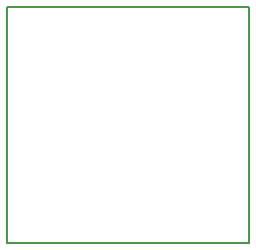
<source format=gko>
G04 #@! TF.FileFunction,Profile,NP*
%FSLAX46Y46*%
G04 Gerber Fmt 4.6, Leading zero omitted, Abs format (unit mm)*
G04 Created by KiCad (PCBNEW 4.0.4-1.fc24-product) date Tue Jun 12 13:21:22 2018*
%MOMM*%
%LPD*%
G01*
G04 APERTURE LIST*
%ADD10C,0.100000*%
%ADD11C,0.150000*%
G04 APERTURE END LIST*
D10*
D11*
X138000000Y-120000000D02*
X138000000Y-100000000D01*
X158500000Y-120000000D02*
X138000000Y-120000000D01*
X158500000Y-100000000D02*
X158500000Y-120000000D01*
X138000000Y-100000000D02*
X158500000Y-100000000D01*
M02*

</source>
